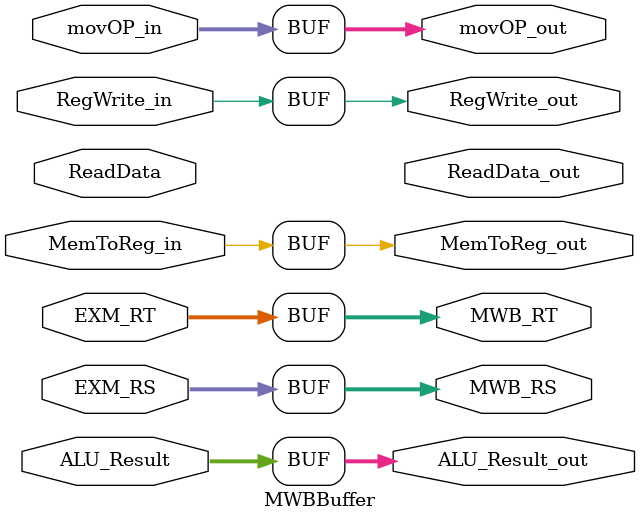
<source format=v>
module MWBBuffer(
  input MemToReg_in, RegWrite_in,
  input [15:0] ALU_Result,
  input [15:0] ReadData,
  input [3:0] movOP_in,
  //remainder?

  //forwarding
  input [3:0] EXM_RS, EXM_RT,
  output [3:0] MWB_RS, MWB_RT,

  output reg MemToReg_out, RegWrite_out,
  output reg [15:0] ALU_Result_out, ReadData_out,
  output reg [3:0] movOP_out
  //remainder?
  );
  always@(*)
  begin
    MemToReg_out = MemToReg_in;
    RegWrite_out = RegWrite_in;
    ALU_Result_out = ALU_Result;
    movOP_out = movOP_in;
    MWB_RS = EXM_RS;
    MWB_RT = EXM_RT;
  end
endmodule

</source>
